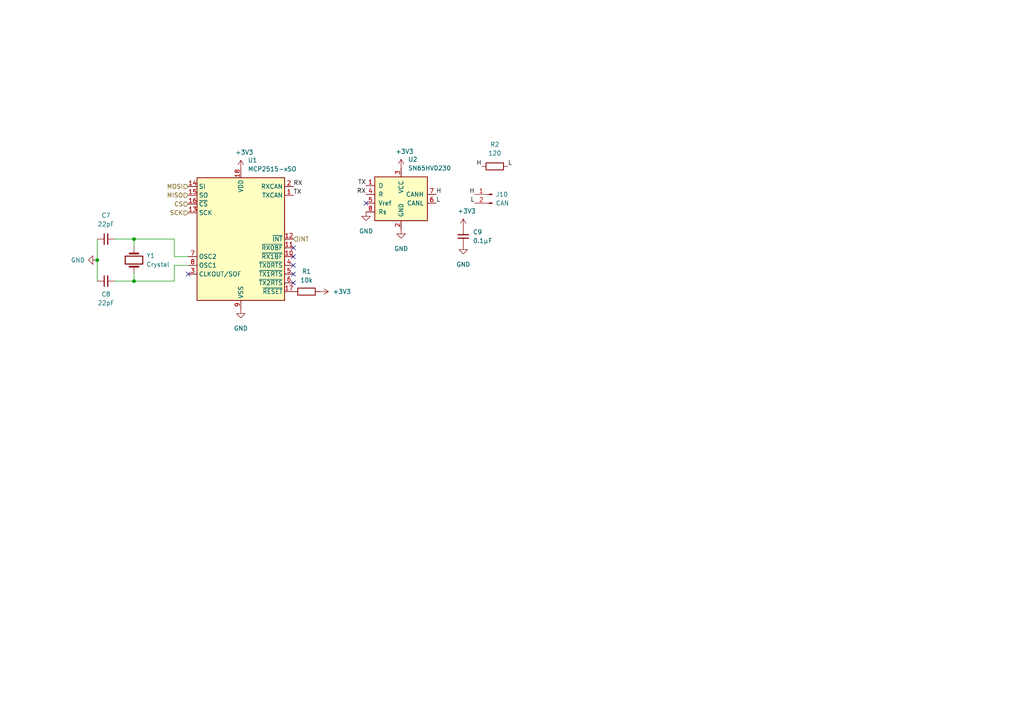
<source format=kicad_sch>
(kicad_sch (version 20211123) (generator eeschema)
  (paper "A4")
  (lib_symbols
    (symbol "Connector:Conn_01x02_Male" (pin_names (offset 1.016) hide)
      (property "Reference" "J" (at 0 2.54 0))
      (property "Value" "Conn_01x02_Male" (at 0 -5.08 0))
      (symbol "Conn_01x02_Male_1_1"
        (polyline (pts (xy 1.27 -2.54) (xy 0.8636 -2.54)) (stroke (width 0.1524)))
        (polyline (pts (xy 1.27 0) (xy 0.8636 0)) (stroke (width 0.1524)))
        (rectangle (start 0.8636 -2.413) (end 0 -2.667) (stroke (width 0.1524)) (fill (type outline)))
        (rectangle (start 0.8636 0.127) (end 0 -0.127) (stroke (width 0.1524)) (fill (type outline)))
        (pin passive line (at 5.08 0 180) (length 3.81) (name "Pin_1") (number "1"))
        (pin passive line (at 5.08 -2.54 180) (length 3.81) (name "Pin_2") (number "2"))
      )
    )
    (symbol "Device:C_Small" (pin_numbers hide) (pin_names (offset 0.254) hide)
      (property "Reference" "C" (at 0.254 1.778 0))
      (property "Value" "C_Small" (at 0.254 -2.032 0))
      (symbol "C_Small_0_1"
        (polyline (pts (xy -1.524 -0.508) (xy 1.524 -0.508)) (stroke (width 0.3302)))
        (polyline (pts (xy -1.524 0.508) (xy 1.524 0.508)) (stroke (width 0.3048)))
      )
      (symbol "C_Small_1_1"
        (pin passive line (at 0 2.54 270) (length 2.032) (name "~") (number "1"))
        (pin passive line (at 0 -2.54 90) (length 2.032) (name "~") (number "2"))
      )
    )
    (symbol "Device:Crystal" (pin_numbers hide) (pin_names (offset 1.016) hide)
      (property "Reference" "Y" (at 0 3.81 0))
      (property "Value" "Crystal" (at 0 -3.81 0))
      (symbol "Crystal_0_1"
        (rectangle (start -1.143 2.54) (end 1.143 -2.54) (stroke (width 0.3048)))
        (polyline (pts (xy -2.54 0) (xy -1.905 0)))
        (polyline (pts (xy -1.905 -1.27) (xy -1.905 1.27)) (stroke (width 0.508)))
        (polyline (pts (xy 1.905 -1.27) (xy 1.905 1.27)) (stroke (width 0.508)))
        (polyline (pts (xy 2.54 0) (xy 1.905 0)))
      )
      (symbol "Crystal_1_1"
        (pin passive line (at -3.81 0 0) (length 1.27) (name "1") (number "1"))
        (pin passive line (at 3.81 0 180) (length 1.27) (name "2") (number "2"))
      )
    )
    (symbol "Device:R" (pin_numbers hide) (pin_names (offset 0))
      (property "Reference" "R" (at 2.032 0 90))
      (property "Value" "R" (at 0 0 90))
      (symbol "R_0_1"
        (rectangle (start -1.016 -2.54) (end 1.016 2.54) (stroke (width 0.254)))
      )
      (symbol "R_1_1"
        (pin passive line (at 0 3.81 270) (length 1.27) (name "~") (number "1"))
        (pin passive line (at 0 -3.81 90) (length 1.27) (name "~") (number "2"))
      )
    )
    (symbol "Interface_CAN_LIN:MCP2515-xSO"
      (property "Reference" "U" (at -10.16 19.685 0))
      (property "Value" "MCP2515-xSO" (at 19.05 20.32 0))
      (symbol "MCP2515-xSO_0_1"
        (rectangle (start -12.7 17.78) (end 12.7 -17.78) (stroke (width 0.254)) (fill (type background)))
      )
      (symbol "MCP2515-xSO_1_1"
        (pin output line (at 15.24 12.7 180) (length 2.54) (name "TXCAN") (number "1"))
        (pin output line (at 15.24 -5.08 180) (length 2.54) (name "~{RX1BF}") (number "10"))
        (pin output line (at 15.24 -2.54 180) (length 2.54) (name "~{RX0BF}") (number "11"))
        (pin output line (at 15.24 0 180) (length 2.54) (name "~{INT}") (number "12"))
        (pin input line (at -15.24 7.62 0) (length 2.54) (name "SCK") (number "13"))
        (pin input line (at -15.24 15.24 0) (length 2.54) (name "SI") (number "14"))
        (pin output line (at -15.24 12.7 0) (length 2.54) (name "SO") (number "15"))
        (pin input line (at -15.24 10.16 0) (length 2.54) (name "~{CS}") (number "16"))
        (pin input line (at 15.24 -15.24 180) (length 2.54) (name "~{RESET}") (number "17"))
        (pin power_in line (at 0 20.32 270) (length 2.54) (name "VDD") (number "18"))
        (pin input line (at 15.24 15.24 180) (length 2.54) (name "RXCAN") (number "2"))
        (pin output line (at -15.24 -10.16 0) (length 2.54) (name "CLKOUT/SOF") (number "3"))
        (pin input line (at 15.24 -7.62 180) (length 2.54) (name "~{TX0RTS}") (number "4"))
        (pin input line (at 15.24 -10.16 180) (length 2.54) (name "~{TX1RTS}") (number "5"))
        (pin input line (at 15.24 -12.7 180) (length 2.54) (name "~{TX2RTS}") (number "6"))
        (pin output line (at -15.24 -5.08 0) (length 2.54) (name "OSC2") (number "7"))
        (pin input line (at -15.24 -7.62 0) (length 2.54) (name "OSC1") (number "8"))
        (pin power_in line (at 0 -20.32 90) (length 2.54) (name "VSS") (number "9"))
      )
    )
    (symbol "Interface_CAN_LIN:SN65HVD230" (pin_names (offset 1.016))
      (property "Reference" "U" (at -2.54 10.16 0))
      (property "Value" "SN65HVD230" (at -2.54 7.62 0))
      (symbol "SN65HVD230_0_1"
        (rectangle (start -7.62 5.08) (end 7.62 -7.62) (stroke (width 0.254)) (fill (type background)))
      )
      (symbol "SN65HVD230_1_1"
        (pin input line (at -10.16 2.54 0) (length 2.54) (name "D") (number "1"))
        (pin power_in line (at 0 -10.16 90) (length 2.54) (name "GND") (number "2"))
        (pin power_in line (at 0 7.62 270) (length 2.54) (name "VCC") (number "3"))
        (pin output line (at -10.16 0 0) (length 2.54) (name "R") (number "4"))
        (pin output line (at -10.16 -2.54 0) (length 2.54) (name "Vref") (number "5"))
        (pin bidirectional line (at 10.16 -2.54 180) (length 2.54) (name "CANL") (number "6"))
        (pin bidirectional line (at 10.16 0 180) (length 2.54) (name "CANH") (number "7"))
        (pin input line (at -10.16 -5.08 0) (length 2.54) (name "Rs") (number "8"))
      )
    )
    (symbol "power:+3V3" (power) (pin_names (offset 0))
      (property "Value" "+3V3" (at 0 3.556 0))
      (symbol "+3V3_0_1"
        (polyline (pts (xy -0.762 1.27) (xy 0 2.54)))
        (polyline (pts (xy 0 0) (xy 0 2.54)))
        (polyline (pts (xy 0 2.54) (xy 0.762 1.27)))
      )
      (symbol "+3V3_1_1"
        (pin power_in line (at 0 0 90) (length 0) hide (name "+3V3") (number "1"))
      )
    )
    (symbol "power:GND" (power) (pin_names (offset 0))
      (property "Value" "GND" (at 0 -3.81 0))
      (symbol "GND_0_1"
        (polyline (pts (xy 0 0) (xy 0 -1.27) (xy 1.27 -1.27) (xy 0 -2.54) (xy -1.27 -1.27) (xy 0 -1.27)))
      )
      (symbol "GND_1_1"
        (pin power_in line (at 0 0 270) (length 0) hide (name "GND") (number "1"))
      )
    )
  )
  (junction (at 28.194 75.438))
  (junction (at 38.862 69.342))
  (junction (at 38.862 81.534))
  (no_connect (at 54.61 79.502))
  (no_connect (at 85.09 76.962))
  (no_connect (at 85.09 79.502))
  (no_connect (at 85.09 82.042))
  (no_connect (at 85.09 71.882))
  (no_connect (at 85.09 74.422))
  (no_connect (at 106.172 58.928))
  (wire (pts (xy 54.61 76.962) (xy 50.546 76.962)))
  (wire (pts (xy 38.862 81.534) (xy 38.862 79.248)))
  (wire (pts (xy 38.862 69.342) (xy 38.862 71.628)))
  (wire (pts (xy 28.194 69.342) (xy 28.194 75.438)))
  (wire (pts (xy 28.194 75.438) (xy 28.194 81.534)))
  (wire (pts (xy 50.546 81.534) (xy 38.862 81.534)))
  (wire (pts (xy 54.61 74.422) (xy 50.546 74.422)))
  (wire (pts (xy 50.546 76.962) (xy 50.546 81.534)))
  (wire (pts (xy 50.546 69.342) (xy 38.862 69.342)))
  (wire (pts (xy 33.274 81.534) (xy 38.862 81.534)))
  (wire (pts (xy 33.274 69.342) (xy 38.862 69.342)))
  (wire (pts (xy 50.546 74.422) (xy 50.546 69.342)))
  (label "L" (at 126.492 58.928 0))
  (label "L" (at 137.668 58.928 180))
  (label "H" (at 137.668 56.388 180))
  (label "TX" (at 85.09 56.642 0))
  (label "RX" (at 85.09 54.102 0))
  (label "TX" (at 106.172 53.848 180))
  (label "RX" (at 106.172 56.388 180))
  (label "H" (at 139.7 48.26 180))
  (label "L" (at 147.32 48.26 0))
  (label "H" (at 126.492 56.388 0))
  (hierarchical_label "SCK" (shape input) (at 54.61 61.722 180))
  (hierarchical_label "CS" (shape input) (at 54.61 59.182 180))
  (hierarchical_label "MOSI" (shape input) (at 54.61 54.102 180))
  (hierarchical_label "INT" (shape input) (at 85.09 69.342 0))
  (hierarchical_label "MISO" (shape input) (at 54.61 56.642 180))
  (symbol (lib_id "power:GND") (at 106.172 61.468 0) (unit 1)
    (property "Reference" "#PWR079" (effects hide))
    (property "Value" "GND" (at 106.172 67.056 0))
  )
  (symbol (lib_id "Device:R") (at 143.51 48.26 90) (unit 1)
    (property "Reference" "R2" (at 143.51 41.91 90))
    (property "Value" "120" (at 143.51 44.45 90))
    (property "Footprint" "Resistor_SMD:R_0805_2012Metric" (effects hide))
  )
  (symbol (lib_id "power:+3V3") (at 69.85 49.022 0) (unit 1)
    (property "Reference" "#PWR070" (effects hide))
    (property "Value" "+3V3" (at 70.866 44.196 0))
  )
  (symbol (lib_id "Device:C_Small") (at 30.734 69.342 90) (unit 1)
    (property "Reference" "C7" (at 30.7403 62.484 90))
    (property "Value" "22pF" (at 30.7403 65.024 90))
    (property "Footprint" "Capacitor_SMD:C_0805_2012Metric" (effects hide))
  )
  (symbol (lib_id "Device:R") (at 88.9 84.582 90) (unit 1)
    (property "Reference" "R1" (at 88.9 78.74 90))
    (property "Value" "10k" (at 88.9 81.28 90))
    (property "Footprint" "Resistor_SMD:R_0805_2012Metric" (effects hide))
  )
  (symbol (lib_id "power:+3V3") (at 134.366 66.04 0) (unit 1)
    (property "Reference" "#PWR085" (effects hide))
    (property "Value" "+3V3" (at 135.382 61.214 0))
  )
  (symbol (lib_id "power:GND") (at 69.85 89.662 0) (unit 1)
    (property "Reference" "#PWR077" (effects hide))
    (property "Value" "GND" (at 69.85 95.25 0))
  )
  (symbol (lib_id "power:+3V3") (at 92.71 84.582 270) (unit 1)
    (property "Reference" "#PWR078" (effects hide))
    (property "Value" "+3V3" (at 96.52 84.5819 90) (effects (justify left)))
  )
  (symbol (lib_id "power:GND") (at 134.366 71.12 0) (unit 1)
    (property "Reference" "#PWR086" (effects hide))
    (property "Value" "GND" (at 134.366 76.708 0))
  )
  (symbol (lib_id "Connector:Conn_01x02_Male") (at 142.748 56.388 0) (mirror y) (unit 1)
    (property "Reference" "J10" (at 143.764 56.3879 0) (effects (justify right)))
    (property "Value" "CAN" (at 143.764 58.9279 0) (effects (justify right)))
    (property "Footprint" "Connector_JST:JST_XH_B2B-XH-A_1x02_P2.50mm_Vertical" (effects hide))
  )
  (symbol (lib_id "Interface_CAN_LIN:SN65HVD230") (at 116.332 56.388 0) (unit 1)
    (property "Reference" "U2" (at 118.3514 46.228 0) (effects (justify left)))
    (property "Value" "SN65HVD230" (at 118.3514 48.768 0) (effects (justify left)))
    (property "Footprint" "Package_SO:SOIC-8_3.9x4.9mm_P1.27mm" (effects hide))
    (property "Datasheet" "http://www.ti.com/lit/ds/symlink/sn65hvd230.pdf" (effects hide))
  )
  (symbol (lib_id "Interface_CAN_LIN:MCP2515-xSO") (at 69.85 69.342 0) (unit 1)
    (property "Reference" "U1" (at 71.8694 46.482 0) (effects (justify left)))
    (property "Value" "MCP2515-xSO" (at 71.8694 49.022 0) (effects (justify left)))
    (property "Footprint" "Package_SO:SOIC-18W_7.5x11.6mm_P1.27mm" (effects hide))
    (property "Datasheet" "http://ww1.microchip.com/downloads/en/DeviceDoc/21801e.pdf" (effects hide))
  )
  (symbol (lib_id "power:GND") (at 116.332 66.548 0) (unit 1)
    (property "Reference" "#PWR084" (effects hide))
    (property "Value" "GND" (at 116.332 72.136 0))
  )
  (symbol (lib_id "power:GND") (at 28.194 75.438 270) (unit 1)
    (property "Reference" "#PWR069" (effects hide))
    (property "Value" "GND" (at 24.638 75.4379 90) (effects (justify right)))
  )
  (symbol (lib_id "Device:C_Small") (at 134.366 68.58 180) (unit 1)
    (property "Reference" "C9" (at 137.16 67.3035 0) (effects (justify right)))
    (property "Value" "0.1µF" (at 137.16 69.8435 0) (effects (justify right)))
    (property "Footprint" "Capacitor_SMD:C_0805_2012Metric" (effects hide))
  )
  (symbol (lib_id "power:+3V3") (at 116.332 48.768 0) (unit 1)
    (property "Reference" "#PWR083" (effects hide))
    (property "Value" "+3V3" (at 117.348 43.942 0))
  )
  (symbol (lib_id "Device:C_Small") (at 30.734 81.534 90) (unit 1)
    (property "Reference" "C8" (at 30.7403 85.344 90))
    (property "Value" "22pF" (at 30.7403 87.884 90))
    (property "Footprint" "Capacitor_SMD:C_0805_2012Metric" (effects hide))
  )
  (symbol (lib_id "Device:Crystal") (at 38.862 75.438 90) (unit 1)
    (property "Reference" "Y1" (at 42.418 74.1679 90) (effects (justify right)))
    (property "Value" "Crystal" (at 42.418 76.7079 90) (effects (justify right)))
    (property "Footprint" "Crystal:Crystal_SMD_5032-2Pin_5.0x3.2mm" (effects hide))
  )
)
</source>
